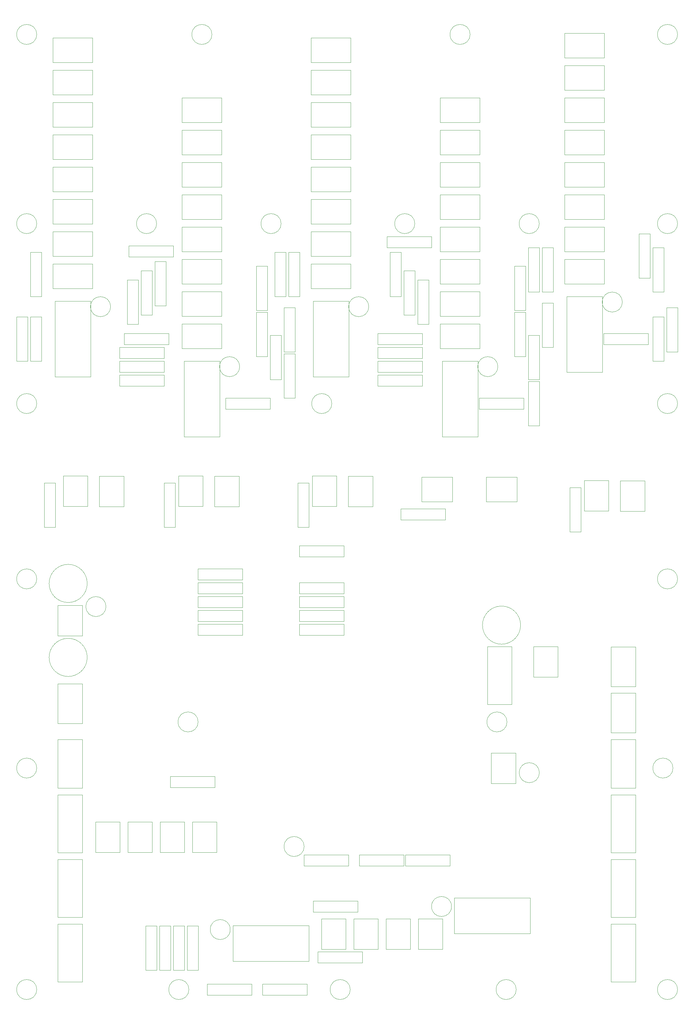
<source format=gbr>
%TF.GenerationSoftware,KiCad,Pcbnew,5.1.9*%
%TF.CreationDate,2021-03-04T21:17:50+01:00*%
%TF.ProjectId,mixer.pcb,6d697865-722e-4706-9362-2e6b69636164,0.2*%
%TF.SameCoordinates,Original*%
%TF.FileFunction,Other,User*%
%FSLAX46Y46*%
G04 Gerber Fmt 4.6, Leading zero omitted, Abs format (unit mm)*
G04 Created by KiCad (PCBNEW 5.1.9) date 2021-03-04 21:17:50*
%MOMM*%
%LPD*%
G01*
G04 APERTURE LIST*
%ADD10C,0.050000*%
G04 APERTURE END LIST*
D10*
%TO.C,REF\u002A\u002A*%
X157690000Y-68580000D02*
G75*
G03*
X157690000Y-68580000I-2750000J0D01*
G01*
X52280000Y-68580000D02*
G75*
G03*
X52280000Y-68580000I-2750000J0D01*
G01*
X86570000Y-68580000D02*
G75*
G03*
X86570000Y-68580000I-2750000J0D01*
G01*
X123400000Y-68580000D02*
G75*
G03*
X123400000Y-68580000I-2750000J0D01*
G01*
X148800000Y-205740000D02*
G75*
G03*
X148800000Y-205740000I-2750000J0D01*
G01*
X92920000Y-240030000D02*
G75*
G03*
X92920000Y-240030000I-2750000J0D01*
G01*
X63710000Y-205740000D02*
G75*
G03*
X63710000Y-205740000I-2750000J0D01*
G01*
X100540000Y-118110000D02*
G75*
G03*
X100540000Y-118110000I-2750000J0D01*
G01*
X19260000Y-68580000D02*
G75*
G03*
X19260000Y-68580000I-2750000J0D01*
G01*
X19260000Y-118110000D02*
G75*
G03*
X19260000Y-118110000I-2750000J0D01*
G01*
X19260000Y-166370000D02*
G75*
G03*
X19260000Y-166370000I-2750000J0D01*
G01*
X19260000Y-218440000D02*
G75*
G03*
X19260000Y-218440000I-2750000J0D01*
G01*
X151340000Y-279400000D02*
G75*
G03*
X151340000Y-279400000I-2750000J0D01*
G01*
X19260000Y-279400000D02*
G75*
G03*
X19260000Y-279400000I-2750000J0D01*
G01*
X61170000Y-279400000D02*
G75*
G03*
X61170000Y-279400000I-2750000J0D01*
G01*
X105620000Y-279400000D02*
G75*
G03*
X105620000Y-279400000I-2750000J0D01*
G01*
X195790000Y-279400000D02*
G75*
G03*
X195790000Y-279400000I-2750000J0D01*
G01*
X194520000Y-218440000D02*
G75*
G03*
X194520000Y-218440000I-2750000J0D01*
G01*
X195790000Y-166370000D02*
G75*
G03*
X195790000Y-166370000I-2750000J0D01*
G01*
X195790000Y-118110000D02*
G75*
G03*
X195790000Y-118110000I-2750000J0D01*
G01*
X195790000Y-68580000D02*
G75*
G03*
X195790000Y-68580000I-2750000J0D01*
G01*
X195790000Y-16510000D02*
G75*
G03*
X195790000Y-16510000I-2750000J0D01*
G01*
X138640000Y-16510000D02*
G75*
G03*
X138640000Y-16510000I-2750000J0D01*
G01*
X67520000Y-16510000D02*
G75*
G03*
X67520000Y-16510000I-2750000J0D01*
G01*
X19260000Y-16510000D02*
G75*
G03*
X19260000Y-16510000I-2750000J0D01*
G01*
%TO.C,R2*%
X63730000Y-274100000D02*
X63730000Y-261840000D01*
X60730000Y-274100000D02*
X63730000Y-274100000D01*
X60730000Y-261840000D02*
X60730000Y-274100000D01*
X63730000Y-261840000D02*
X60730000Y-261840000D01*
%TO.C,R13*%
X16740000Y-106460000D02*
X16740000Y-94200000D01*
X13740000Y-106460000D02*
X16740000Y-106460000D01*
X13740000Y-94200000D02*
X13740000Y-106460000D01*
X16740000Y-94200000D02*
X13740000Y-94200000D01*
%TO.C,FX-BTNs1*%
X73380000Y-261810000D02*
X73380000Y-271610000D01*
X94230000Y-261810000D02*
X73380000Y-261810000D01*
X94230000Y-271610000D02*
X94230000Y-261810000D01*
X73380000Y-271610000D02*
X94230000Y-271610000D01*
%TO.C,fx1_enc2*%
X25090000Y-243590000D02*
X25090000Y-259490000D01*
X31840000Y-243590000D02*
X25090000Y-243590000D01*
X31840000Y-259490000D02*
X31840000Y-243590000D01*
X25090000Y-259490000D02*
X31840000Y-259490000D01*
%TO.C,MuxCh1_4*%
X34620000Y-44140000D02*
X23720000Y-44140000D01*
X34620000Y-50890000D02*
X34620000Y-44140000D01*
X23720000Y-50890000D02*
X34620000Y-50890000D01*
X23720000Y-44140000D02*
X23720000Y-50890000D01*
%TO.C,MuxCh1_5*%
X34620000Y-53030000D02*
X23720000Y-53030000D01*
X34620000Y-59780000D02*
X34620000Y-53030000D01*
X23720000Y-59780000D02*
X34620000Y-59780000D01*
X23720000Y-53030000D02*
X23720000Y-59780000D01*
%TO.C,MuxCh1_2*%
X23720000Y-26360000D02*
X23720000Y-33110000D01*
X23720000Y-33110000D02*
X34620000Y-33110000D01*
X34620000Y-33110000D02*
X34620000Y-26360000D01*
X34620000Y-26360000D02*
X23720000Y-26360000D01*
%TO.C,MuxCh1*%
X24300000Y-89890000D02*
X24300000Y-110740000D01*
X24300000Y-110740000D02*
X34100000Y-110740000D01*
X34100000Y-110740000D02*
X34100000Y-89890000D01*
X34100000Y-89890000D02*
X24300000Y-89890000D01*
%TO.C,MuxCh1_3*%
X34620000Y-35250000D02*
X23720000Y-35250000D01*
X34620000Y-42000000D02*
X34620000Y-35250000D01*
X23720000Y-42000000D02*
X34620000Y-42000000D01*
X23720000Y-35250000D02*
X23720000Y-42000000D01*
%TO.C,MuxCh1_6*%
X23720000Y-61920000D02*
X23720000Y-68670000D01*
X23720000Y-68670000D02*
X34620000Y-68670000D01*
X34620000Y-68670000D02*
X34620000Y-61920000D01*
X34620000Y-61920000D02*
X23720000Y-61920000D01*
%TO.C,MuxCh1_7*%
X23720000Y-70810000D02*
X23720000Y-77560000D01*
X23720000Y-77560000D02*
X34620000Y-77560000D01*
X34620000Y-77560000D02*
X34620000Y-70810000D01*
X34620000Y-70810000D02*
X23720000Y-70810000D01*
%TO.C,MuxCh1_8*%
X34620000Y-79700000D02*
X23720000Y-79700000D01*
X34620000Y-86450000D02*
X34620000Y-79700000D01*
X23720000Y-86450000D02*
X34620000Y-86450000D01*
X23720000Y-79700000D02*
X23720000Y-86450000D01*
%TO.C,MuxCh1_1*%
X34620000Y-17470000D02*
X23720000Y-17470000D01*
X34620000Y-24220000D02*
X34620000Y-17470000D01*
X23720000Y-24220000D02*
X34620000Y-24220000D01*
X23720000Y-17470000D02*
X23720000Y-24220000D01*
%TO.C,NeoPixel1*%
X25090000Y-206150000D02*
X31840000Y-206150000D01*
X31840000Y-206150000D02*
X31840000Y-195250000D01*
X31840000Y-195250000D02*
X25090000Y-195250000D01*
X25090000Y-195250000D02*
X25090000Y-206150000D01*
%TO.C,VU_Matrix1*%
X150170000Y-200910000D02*
X150170000Y-185010000D01*
X143420000Y-200910000D02*
X150170000Y-200910000D01*
X143420000Y-185010000D02*
X143420000Y-200910000D01*
X150170000Y-185010000D02*
X143420000Y-185010000D01*
%TO.C,display_1*%
X25090000Y-223930000D02*
X31840000Y-223930000D01*
X31840000Y-223930000D02*
X31840000Y-210530000D01*
X31840000Y-210530000D02*
X25090000Y-210530000D01*
X25090000Y-210530000D02*
X25090000Y-223930000D01*
%TO.C,display_2*%
X177490000Y-210530000D02*
X177490000Y-223930000D01*
X184240000Y-210530000D02*
X177490000Y-210530000D01*
X184240000Y-223930000D02*
X184240000Y-210530000D01*
X177490000Y-223930000D02*
X184240000Y-223930000D01*
%TO.C,fx1_btn1*%
X104450000Y-259940000D02*
X97700000Y-259940000D01*
X97700000Y-259940000D02*
X97700000Y-268340000D01*
X97700000Y-268340000D02*
X104450000Y-268340000D01*
X104450000Y-268340000D02*
X104450000Y-259940000D01*
%TO.C,fx1_btn2*%
X51110000Y-241670000D02*
X51110000Y-233270000D01*
X44360000Y-241670000D02*
X51110000Y-241670000D01*
X44360000Y-233270000D02*
X44360000Y-241670000D01*
X51110000Y-233270000D02*
X44360000Y-233270000D01*
%TO.C,fx1_btn3*%
X60000000Y-241670000D02*
X60000000Y-233270000D01*
X53250000Y-241670000D02*
X60000000Y-241670000D01*
X53250000Y-233270000D02*
X53250000Y-241670000D01*
X60000000Y-233270000D02*
X53250000Y-233270000D01*
%TO.C,fx1_btn4*%
X68890000Y-233270000D02*
X62140000Y-233270000D01*
X62140000Y-233270000D02*
X62140000Y-241670000D01*
X62140000Y-241670000D02*
X68890000Y-241670000D01*
X68890000Y-241670000D02*
X68890000Y-233270000D01*
%TO.C,fx1_enc1*%
X25090000Y-225810000D02*
X25090000Y-241710000D01*
X31840000Y-225810000D02*
X25090000Y-225810000D01*
X31840000Y-241710000D02*
X31840000Y-225810000D01*
X25090000Y-241710000D02*
X31840000Y-241710000D01*
%TO.C,fx1_enc3*%
X25090000Y-261370000D02*
X25090000Y-277270000D01*
X31840000Y-261370000D02*
X25090000Y-261370000D01*
X31840000Y-277270000D02*
X31840000Y-261370000D01*
X25090000Y-277270000D02*
X31840000Y-277270000D01*
%TO.C,fx2_btn1*%
X42220000Y-241670000D02*
X42220000Y-233270000D01*
X35470000Y-241670000D02*
X42220000Y-241670000D01*
X35470000Y-233270000D02*
X35470000Y-241670000D01*
X42220000Y-233270000D02*
X35470000Y-233270000D01*
%TO.C,fx2_btn2*%
X113340000Y-259940000D02*
X106590000Y-259940000D01*
X106590000Y-259940000D02*
X106590000Y-268340000D01*
X106590000Y-268340000D02*
X113340000Y-268340000D01*
X113340000Y-268340000D02*
X113340000Y-259940000D01*
%TO.C,fx2_btn3*%
X122230000Y-268340000D02*
X122230000Y-259940000D01*
X115480000Y-268340000D02*
X122230000Y-268340000D01*
X115480000Y-259940000D02*
X115480000Y-268340000D01*
X122230000Y-259940000D02*
X115480000Y-259940000D01*
%TO.C,fx2_btn4*%
X131120000Y-259940000D02*
X124370000Y-259940000D01*
X124370000Y-259940000D02*
X124370000Y-268340000D01*
X124370000Y-268340000D02*
X131120000Y-268340000D01*
X131120000Y-268340000D02*
X131120000Y-259940000D01*
%TO.C,fx2_enc1*%
X177490000Y-241710000D02*
X184240000Y-241710000D01*
X184240000Y-241710000D02*
X184240000Y-225810000D01*
X184240000Y-225810000D02*
X177490000Y-225810000D01*
X177490000Y-225810000D02*
X177490000Y-241710000D01*
%TO.C,fx2_enc2*%
X177490000Y-243590000D02*
X177490000Y-259490000D01*
X184240000Y-243590000D02*
X177490000Y-243590000D01*
X184240000Y-259490000D02*
X184240000Y-243590000D01*
X177490000Y-259490000D02*
X184240000Y-259490000D01*
%TO.C,fx2_enc3*%
X177490000Y-277270000D02*
X184240000Y-277270000D01*
X184240000Y-277270000D02*
X184240000Y-261370000D01*
X184240000Y-261370000D02*
X177490000Y-261370000D01*
X177490000Y-261370000D02*
X177490000Y-277270000D01*
%TO.C,fxEncBtns1*%
X134340000Y-263990000D02*
X155190000Y-263990000D01*
X155190000Y-263990000D02*
X155190000Y-254190000D01*
X155190000Y-254190000D02*
X134340000Y-254190000D01*
X134340000Y-254190000D02*
X134340000Y-263990000D01*
%TO.C,pfl_btn_1*%
X36520000Y-146460000D02*
X43270000Y-146460000D01*
X43270000Y-146460000D02*
X43270000Y-138060000D01*
X43270000Y-138060000D02*
X36520000Y-138060000D01*
X36520000Y-138060000D02*
X36520000Y-146460000D01*
%TO.C,pfl_btn_2*%
X68270000Y-138060000D02*
X68270000Y-146460000D01*
X75020000Y-138060000D02*
X68270000Y-138060000D01*
X75020000Y-146460000D02*
X75020000Y-138060000D01*
X68270000Y-146460000D02*
X75020000Y-146460000D01*
%TO.C,pfl_btn_3*%
X105100000Y-146460000D02*
X111850000Y-146460000D01*
X111850000Y-146460000D02*
X111850000Y-138060000D01*
X111850000Y-138060000D02*
X105100000Y-138060000D01*
X105100000Y-138060000D02*
X105100000Y-146460000D01*
%TO.C,pfl_btn_4*%
X143140000Y-145090000D02*
X151540000Y-145090000D01*
X143140000Y-138340000D02*
X143140000Y-145090000D01*
X151540000Y-138340000D02*
X143140000Y-138340000D01*
X151540000Y-145090000D02*
X151540000Y-138340000D01*
%TO.C,pfl_btn_master1*%
X180030000Y-147730000D02*
X186780000Y-147730000D01*
X186780000Y-147730000D02*
X186780000Y-139330000D01*
X186780000Y-139330000D02*
X180030000Y-139330000D01*
X180030000Y-139330000D02*
X180030000Y-147730000D01*
%TO.C,pfl_led_1*%
X33330000Y-146420000D02*
X33330000Y-138020000D01*
X26580000Y-146420000D02*
X33330000Y-146420000D01*
X26580000Y-138020000D02*
X26580000Y-146420000D01*
X33330000Y-138020000D02*
X26580000Y-138020000D01*
%TO.C,pfl_led_2*%
X65080000Y-138020000D02*
X58330000Y-138020000D01*
X58330000Y-138020000D02*
X58330000Y-146420000D01*
X58330000Y-146420000D02*
X65080000Y-146420000D01*
X65080000Y-146420000D02*
X65080000Y-138020000D01*
%TO.C,pfl_led_3*%
X101910000Y-138020000D02*
X95160000Y-138020000D01*
X95160000Y-138020000D02*
X95160000Y-146420000D01*
X95160000Y-146420000D02*
X101910000Y-146420000D01*
X101910000Y-146420000D02*
X101910000Y-138020000D01*
%TO.C,pfl_led_4*%
X125360000Y-145090000D02*
X133760000Y-145090000D01*
X125360000Y-138340000D02*
X125360000Y-145090000D01*
X133760000Y-138340000D02*
X125360000Y-138340000D01*
X133760000Y-145090000D02*
X133760000Y-138340000D01*
%TO.C,pfl_led_master1*%
X176840000Y-147690000D02*
X176840000Y-139290000D01*
X170090000Y-147690000D02*
X176840000Y-147690000D01*
X170090000Y-139290000D02*
X170090000Y-147690000D01*
X176840000Y-139290000D02*
X170090000Y-139290000D01*
%TO.C,spare(28)1*%
X177490000Y-185090000D02*
X177490000Y-195990000D01*
X184240000Y-185090000D02*
X177490000Y-185090000D01*
X184240000Y-195990000D02*
X184240000Y-185090000D01*
X177490000Y-195990000D02*
X184240000Y-195990000D01*
%TO.C,spare(29)1*%
X177490000Y-197790000D02*
X177490000Y-208690000D01*
X184240000Y-197790000D02*
X177490000Y-197790000D01*
X184240000Y-208690000D02*
X184240000Y-197790000D01*
X177490000Y-208690000D02*
X184240000Y-208690000D01*
%TO.C,C1*%
X33190000Y-187980000D02*
G75*
G03*
X33190000Y-187980000I-5250000J0D01*
G01*
%TO.C,MuxCh2*%
X59860000Y-106400000D02*
X59860000Y-127250000D01*
X59860000Y-127250000D02*
X69660000Y-127250000D01*
X69660000Y-127250000D02*
X69660000Y-106400000D01*
X69660000Y-106400000D02*
X59860000Y-106400000D01*
%TO.C,MuxCh3*%
X95420000Y-89890000D02*
X95420000Y-110740000D01*
X95420000Y-110740000D02*
X105220000Y-110740000D01*
X105220000Y-110740000D02*
X105220000Y-89890000D01*
X105220000Y-89890000D02*
X95420000Y-89890000D01*
%TO.C,MuxCh4*%
X140780000Y-106400000D02*
X130980000Y-106400000D01*
X140780000Y-127250000D02*
X140780000Y-106400000D01*
X130980000Y-127250000D02*
X140780000Y-127250000D01*
X130980000Y-106400000D02*
X130980000Y-127250000D01*
%TO.C,MuxCh5*%
X175070000Y-88620000D02*
X165270000Y-88620000D01*
X175070000Y-109470000D02*
X175070000Y-88620000D01*
X165270000Y-109470000D02*
X175070000Y-109470000D01*
X165270000Y-88620000D02*
X165270000Y-109470000D01*
%TO.C,MuxCh1_9*%
X59280000Y-33980000D02*
X59280000Y-40730000D01*
X59280000Y-40730000D02*
X70180000Y-40730000D01*
X70180000Y-40730000D02*
X70180000Y-33980000D01*
X70180000Y-33980000D02*
X59280000Y-33980000D01*
%TO.C,MuxCh1_10*%
X59280000Y-42870000D02*
X59280000Y-49620000D01*
X59280000Y-49620000D02*
X70180000Y-49620000D01*
X70180000Y-49620000D02*
X70180000Y-42870000D01*
X70180000Y-42870000D02*
X59280000Y-42870000D01*
%TO.C,MuxCh1_11*%
X70180000Y-51760000D02*
X59280000Y-51760000D01*
X70180000Y-58510000D02*
X70180000Y-51760000D01*
X59280000Y-58510000D02*
X70180000Y-58510000D01*
X59280000Y-51760000D02*
X59280000Y-58510000D01*
%TO.C,MuxCh1_12*%
X70180000Y-60650000D02*
X59280000Y-60650000D01*
X70180000Y-67400000D02*
X70180000Y-60650000D01*
X59280000Y-67400000D02*
X70180000Y-67400000D01*
X59280000Y-60650000D02*
X59280000Y-67400000D01*
%TO.C,MuxCh1_13*%
X70180000Y-69540000D02*
X59280000Y-69540000D01*
X70180000Y-76290000D02*
X70180000Y-69540000D01*
X59280000Y-76290000D02*
X70180000Y-76290000D01*
X59280000Y-69540000D02*
X59280000Y-76290000D01*
%TO.C,MuxCh1_14*%
X59280000Y-78430000D02*
X59280000Y-85180000D01*
X59280000Y-85180000D02*
X70180000Y-85180000D01*
X70180000Y-85180000D02*
X70180000Y-78430000D01*
X70180000Y-78430000D02*
X59280000Y-78430000D01*
%TO.C,MuxCh1_15*%
X59280000Y-87320000D02*
X59280000Y-94070000D01*
X59280000Y-94070000D02*
X70180000Y-94070000D01*
X70180000Y-94070000D02*
X70180000Y-87320000D01*
X70180000Y-87320000D02*
X59280000Y-87320000D01*
%TO.C,MuxCh1_16*%
X70180000Y-96210000D02*
X59280000Y-96210000D01*
X70180000Y-102960000D02*
X70180000Y-96210000D01*
X59280000Y-102960000D02*
X70180000Y-102960000D01*
X59280000Y-96210000D02*
X59280000Y-102960000D01*
%TO.C,MuxCh1_17*%
X105740000Y-17470000D02*
X94840000Y-17470000D01*
X105740000Y-24220000D02*
X105740000Y-17470000D01*
X94840000Y-24220000D02*
X105740000Y-24220000D01*
X94840000Y-17470000D02*
X94840000Y-24220000D01*
%TO.C,MuxCh1_18*%
X94840000Y-26360000D02*
X94840000Y-33110000D01*
X94840000Y-33110000D02*
X105740000Y-33110000D01*
X105740000Y-33110000D02*
X105740000Y-26360000D01*
X105740000Y-26360000D02*
X94840000Y-26360000D01*
%TO.C,MuxCh1_19*%
X105740000Y-35250000D02*
X94840000Y-35250000D01*
X105740000Y-42000000D02*
X105740000Y-35250000D01*
X94840000Y-42000000D02*
X105740000Y-42000000D01*
X94840000Y-35250000D02*
X94840000Y-42000000D01*
%TO.C,MuxCh1_20*%
X105740000Y-44140000D02*
X94840000Y-44140000D01*
X105740000Y-50890000D02*
X105740000Y-44140000D01*
X94840000Y-50890000D02*
X105740000Y-50890000D01*
X94840000Y-44140000D02*
X94840000Y-50890000D01*
%TO.C,MuxCh1_21*%
X94840000Y-53030000D02*
X94840000Y-59780000D01*
X94840000Y-59780000D02*
X105740000Y-59780000D01*
X105740000Y-59780000D02*
X105740000Y-53030000D01*
X105740000Y-53030000D02*
X94840000Y-53030000D01*
%TO.C,MuxCh1_22*%
X105740000Y-61920000D02*
X94840000Y-61920000D01*
X105740000Y-68670000D02*
X105740000Y-61920000D01*
X94840000Y-68670000D02*
X105740000Y-68670000D01*
X94840000Y-61920000D02*
X94840000Y-68670000D01*
%TO.C,MuxCh1_23*%
X105740000Y-70810000D02*
X94840000Y-70810000D01*
X105740000Y-77560000D02*
X105740000Y-70810000D01*
X94840000Y-77560000D02*
X105740000Y-77560000D01*
X94840000Y-70810000D02*
X94840000Y-77560000D01*
%TO.C,MuxCh1_24*%
X94840000Y-79700000D02*
X94840000Y-86450000D01*
X94840000Y-86450000D02*
X105740000Y-86450000D01*
X105740000Y-86450000D02*
X105740000Y-79700000D01*
X105740000Y-79700000D02*
X94840000Y-79700000D01*
%TO.C,MuxCh1_25*%
X141300000Y-33980000D02*
X130400000Y-33980000D01*
X141300000Y-40730000D02*
X141300000Y-33980000D01*
X130400000Y-40730000D02*
X141300000Y-40730000D01*
X130400000Y-33980000D02*
X130400000Y-40730000D01*
%TO.C,MuxCh1_26*%
X130400000Y-42870000D02*
X130400000Y-49620000D01*
X130400000Y-49620000D02*
X141300000Y-49620000D01*
X141300000Y-49620000D02*
X141300000Y-42870000D01*
X141300000Y-42870000D02*
X130400000Y-42870000D01*
%TO.C,MuxCh1_27*%
X130400000Y-51760000D02*
X130400000Y-58510000D01*
X130400000Y-58510000D02*
X141300000Y-58510000D01*
X141300000Y-58510000D02*
X141300000Y-51760000D01*
X141300000Y-51760000D02*
X130400000Y-51760000D01*
%TO.C,MuxCh1_28*%
X141300000Y-60650000D02*
X130400000Y-60650000D01*
X141300000Y-67400000D02*
X141300000Y-60650000D01*
X130400000Y-67400000D02*
X141300000Y-67400000D01*
X130400000Y-60650000D02*
X130400000Y-67400000D01*
%TO.C,MuxCh1_29*%
X130400000Y-69540000D02*
X130400000Y-76290000D01*
X130400000Y-76290000D02*
X141300000Y-76290000D01*
X141300000Y-76290000D02*
X141300000Y-69540000D01*
X141300000Y-69540000D02*
X130400000Y-69540000D01*
%TO.C,MuxCh1_30*%
X141300000Y-78430000D02*
X130400000Y-78430000D01*
X141300000Y-85180000D02*
X141300000Y-78430000D01*
X130400000Y-85180000D02*
X141300000Y-85180000D01*
X130400000Y-78430000D02*
X130400000Y-85180000D01*
%TO.C,MuxCh1_31*%
X130400000Y-87320000D02*
X130400000Y-94070000D01*
X130400000Y-94070000D02*
X141300000Y-94070000D01*
X141300000Y-94070000D02*
X141300000Y-87320000D01*
X141300000Y-87320000D02*
X130400000Y-87320000D01*
%TO.C,MuxCh1_32*%
X130400000Y-96210000D02*
X130400000Y-102960000D01*
X130400000Y-102960000D02*
X141300000Y-102960000D01*
X141300000Y-102960000D02*
X141300000Y-96210000D01*
X141300000Y-96210000D02*
X130400000Y-96210000D01*
%TO.C,MuxCh1_33*%
X175590000Y-16200000D02*
X164690000Y-16200000D01*
X175590000Y-22950000D02*
X175590000Y-16200000D01*
X164690000Y-22950000D02*
X175590000Y-22950000D01*
X164690000Y-16200000D02*
X164690000Y-22950000D01*
%TO.C,MuxCh1_34*%
X164690000Y-25090000D02*
X164690000Y-31840000D01*
X164690000Y-31840000D02*
X175590000Y-31840000D01*
X175590000Y-31840000D02*
X175590000Y-25090000D01*
X175590000Y-25090000D02*
X164690000Y-25090000D01*
%TO.C,MuxCh1_35*%
X175590000Y-33980000D02*
X164690000Y-33980000D01*
X175590000Y-40730000D02*
X175590000Y-33980000D01*
X164690000Y-40730000D02*
X175590000Y-40730000D01*
X164690000Y-33980000D02*
X164690000Y-40730000D01*
%TO.C,MuxCh1_36*%
X175590000Y-42870000D02*
X164690000Y-42870000D01*
X175590000Y-49620000D02*
X175590000Y-42870000D01*
X164690000Y-49620000D02*
X175590000Y-49620000D01*
X164690000Y-42870000D02*
X164690000Y-49620000D01*
%TO.C,MuxCh1_37*%
X164690000Y-51760000D02*
X164690000Y-58510000D01*
X164690000Y-58510000D02*
X175590000Y-58510000D01*
X175590000Y-58510000D02*
X175590000Y-51760000D01*
X175590000Y-51760000D02*
X164690000Y-51760000D01*
%TO.C,MuxCh1_38*%
X175590000Y-60650000D02*
X164690000Y-60650000D01*
X175590000Y-67400000D02*
X175590000Y-60650000D01*
X164690000Y-67400000D02*
X175590000Y-67400000D01*
X164690000Y-60650000D02*
X164690000Y-67400000D01*
%TO.C,MuxCh1_39*%
X164690000Y-69540000D02*
X164690000Y-76290000D01*
X164690000Y-76290000D02*
X175590000Y-76290000D01*
X175590000Y-76290000D02*
X175590000Y-69540000D01*
X175590000Y-69540000D02*
X164690000Y-69540000D01*
%TO.C,MuxCh1_40*%
X164690000Y-78430000D02*
X164690000Y-85180000D01*
X164690000Y-85180000D02*
X175590000Y-85180000D01*
X175590000Y-85180000D02*
X175590000Y-78430000D01*
X175590000Y-78430000D02*
X164690000Y-78430000D01*
%TO.C,R1*%
X95470000Y-255040000D02*
X95470000Y-258040000D01*
X95470000Y-258040000D02*
X107730000Y-258040000D01*
X107730000Y-258040000D02*
X107730000Y-255040000D01*
X107730000Y-255040000D02*
X95470000Y-255040000D01*
%TO.C,R3*%
X59920000Y-261840000D02*
X56920000Y-261840000D01*
X56920000Y-261840000D02*
X56920000Y-274100000D01*
X56920000Y-274100000D02*
X59920000Y-274100000D01*
X59920000Y-274100000D02*
X59920000Y-261840000D01*
%TO.C,R4*%
X56110000Y-274100000D02*
X56110000Y-261840000D01*
X53110000Y-274100000D02*
X56110000Y-274100000D01*
X53110000Y-261840000D02*
X53110000Y-274100000D01*
X56110000Y-261840000D02*
X53110000Y-261840000D01*
%TO.C,R5*%
X49300000Y-274100000D02*
X52300000Y-274100000D01*
X52300000Y-274100000D02*
X52300000Y-261840000D01*
X52300000Y-261840000D02*
X49300000Y-261840000D01*
X49300000Y-261840000D02*
X49300000Y-274100000D01*
%TO.C,R6*%
X109000000Y-269010000D02*
X96740000Y-269010000D01*
X109000000Y-272010000D02*
X109000000Y-269010000D01*
X96740000Y-272010000D02*
X109000000Y-272010000D01*
X96740000Y-269010000D02*
X96740000Y-272010000D01*
%TO.C,R7*%
X78520000Y-280900000D02*
X78520000Y-277900000D01*
X78520000Y-277900000D02*
X66260000Y-277900000D01*
X66260000Y-277900000D02*
X66260000Y-280900000D01*
X66260000Y-280900000D02*
X78520000Y-280900000D01*
%TO.C,R8*%
X93760000Y-277900000D02*
X81500000Y-277900000D01*
X93760000Y-280900000D02*
X93760000Y-277900000D01*
X81500000Y-280900000D02*
X93760000Y-280900000D01*
X81500000Y-277900000D02*
X81500000Y-280900000D01*
%TO.C,R9*%
X55660000Y-98830000D02*
X43400000Y-98830000D01*
X55660000Y-101830000D02*
X55660000Y-98830000D01*
X43400000Y-101830000D02*
X55660000Y-101830000D01*
X43400000Y-98830000D02*
X43400000Y-101830000D01*
%TO.C,R10*%
X44220000Y-84040000D02*
X44220000Y-96300000D01*
X47220000Y-84040000D02*
X44220000Y-84040000D01*
X47220000Y-96300000D02*
X47220000Y-84040000D01*
X44220000Y-96300000D02*
X47220000Y-96300000D01*
%TO.C,R11*%
X51030000Y-93760000D02*
X51030000Y-81500000D01*
X48030000Y-93760000D02*
X51030000Y-93760000D01*
X48030000Y-81500000D02*
X48030000Y-93760000D01*
X51030000Y-81500000D02*
X48030000Y-81500000D01*
%TO.C,R12*%
X54840000Y-78960000D02*
X51840000Y-78960000D01*
X51840000Y-78960000D02*
X51840000Y-91220000D01*
X51840000Y-91220000D02*
X54840000Y-91220000D01*
X54840000Y-91220000D02*
X54840000Y-78960000D01*
%TO.C,R14*%
X44670000Y-74700000D02*
X44670000Y-77700000D01*
X44670000Y-77700000D02*
X56930000Y-77700000D01*
X56930000Y-77700000D02*
X56930000Y-74700000D01*
X56930000Y-74700000D02*
X44670000Y-74700000D01*
%TO.C,R15*%
X20550000Y-106460000D02*
X20550000Y-94200000D01*
X17550000Y-106460000D02*
X20550000Y-106460000D01*
X17550000Y-94200000D02*
X17550000Y-106460000D01*
X20550000Y-94200000D02*
X17550000Y-94200000D01*
%TO.C,R16*%
X17550000Y-88680000D02*
X20550000Y-88680000D01*
X20550000Y-88680000D02*
X20550000Y-76420000D01*
X20550000Y-76420000D02*
X17550000Y-76420000D01*
X17550000Y-76420000D02*
X17550000Y-88680000D01*
%TO.C,R17*%
X92930000Y-245340000D02*
X105190000Y-245340000D01*
X92930000Y-242340000D02*
X92930000Y-245340000D01*
X105190000Y-242340000D02*
X92930000Y-242340000D01*
X105190000Y-245340000D02*
X105190000Y-242340000D01*
%TO.C,R18*%
X21360000Y-139920000D02*
X21360000Y-152180000D01*
X24360000Y-139920000D02*
X21360000Y-139920000D01*
X24360000Y-152180000D02*
X24360000Y-139920000D01*
X21360000Y-152180000D02*
X24360000Y-152180000D01*
%TO.C,R19*%
X68360000Y-223750000D02*
X68360000Y-220750000D01*
X68360000Y-220750000D02*
X56100000Y-220750000D01*
X56100000Y-220750000D02*
X56100000Y-223750000D01*
X56100000Y-223750000D02*
X68360000Y-223750000D01*
%TO.C,R20*%
X108170000Y-245340000D02*
X120430000Y-245340000D01*
X108170000Y-242340000D02*
X108170000Y-245340000D01*
X120430000Y-242340000D02*
X108170000Y-242340000D01*
X120430000Y-245340000D02*
X120430000Y-242340000D01*
%TO.C,R21*%
X120870000Y-242340000D02*
X120870000Y-245340000D01*
X120870000Y-245340000D02*
X133130000Y-245340000D01*
X133130000Y-245340000D02*
X133130000Y-242340000D01*
X133130000Y-242340000D02*
X120870000Y-242340000D01*
%TO.C,R22*%
X71340000Y-116610000D02*
X71340000Y-119610000D01*
X71340000Y-119610000D02*
X83600000Y-119610000D01*
X83600000Y-119610000D02*
X83600000Y-116610000D01*
X83600000Y-116610000D02*
X71340000Y-116610000D01*
%TO.C,R23*%
X87400000Y-104360000D02*
X87400000Y-116620000D01*
X90400000Y-104360000D02*
X87400000Y-104360000D01*
X90400000Y-116620000D02*
X90400000Y-104360000D01*
X87400000Y-116620000D02*
X90400000Y-116620000D01*
%TO.C,R24*%
X83590000Y-111540000D02*
X86590000Y-111540000D01*
X86590000Y-111540000D02*
X86590000Y-99280000D01*
X86590000Y-99280000D02*
X83590000Y-99280000D01*
X83590000Y-99280000D02*
X83590000Y-111540000D01*
%TO.C,R25*%
X79780000Y-105190000D02*
X82780000Y-105190000D01*
X82780000Y-105190000D02*
X82780000Y-92930000D01*
X82780000Y-92930000D02*
X79780000Y-92930000D01*
X79780000Y-92930000D02*
X79780000Y-105190000D01*
%TO.C,R26*%
X42130000Y-109450000D02*
X54390000Y-109450000D01*
X42130000Y-106450000D02*
X42130000Y-109450000D01*
X54390000Y-106450000D02*
X42130000Y-106450000D01*
X54390000Y-109450000D02*
X54390000Y-106450000D01*
%TO.C,R27*%
X79780000Y-92490000D02*
X82780000Y-92490000D01*
X82780000Y-92490000D02*
X82780000Y-80230000D01*
X82780000Y-80230000D02*
X79780000Y-80230000D01*
X79780000Y-80230000D02*
X79780000Y-92490000D01*
%TO.C,R28*%
X42130000Y-113260000D02*
X54390000Y-113260000D01*
X42130000Y-110260000D02*
X42130000Y-113260000D01*
X54390000Y-110260000D02*
X42130000Y-110260000D01*
X54390000Y-113260000D02*
X54390000Y-110260000D01*
%TO.C,R29*%
X54390000Y-105640000D02*
X54390000Y-102640000D01*
X54390000Y-102640000D02*
X42130000Y-102640000D01*
X42130000Y-102640000D02*
X42130000Y-105640000D01*
X42130000Y-105640000D02*
X54390000Y-105640000D01*
%TO.C,R30*%
X169140000Y-141190000D02*
X166140000Y-141190000D01*
X166140000Y-141190000D02*
X166140000Y-153450000D01*
X166140000Y-153450000D02*
X169140000Y-153450000D01*
X169140000Y-153450000D02*
X169140000Y-141190000D01*
%TO.C,R31*%
X119600000Y-150090000D02*
X131860000Y-150090000D01*
X119600000Y-147090000D02*
X119600000Y-150090000D01*
X131860000Y-147090000D02*
X119600000Y-147090000D01*
X131860000Y-150090000D02*
X131860000Y-147090000D01*
%TO.C,R32*%
X94210000Y-152180000D02*
X94210000Y-139920000D01*
X91210000Y-152180000D02*
X94210000Y-152180000D01*
X91210000Y-139920000D02*
X91210000Y-152180000D01*
X94210000Y-139920000D02*
X91210000Y-139920000D01*
%TO.C,R33*%
X57380000Y-152180000D02*
X57380000Y-139920000D01*
X54380000Y-152180000D02*
X57380000Y-152180000D01*
X54380000Y-139920000D02*
X54380000Y-152180000D01*
X57380000Y-139920000D02*
X54380000Y-139920000D01*
%TO.C,R34*%
X75980000Y-181840000D02*
X75980000Y-178840000D01*
X75980000Y-178840000D02*
X63720000Y-178840000D01*
X63720000Y-178840000D02*
X63720000Y-181840000D01*
X63720000Y-181840000D02*
X75980000Y-181840000D01*
%TO.C,R35*%
X63720000Y-178030000D02*
X75980000Y-178030000D01*
X63720000Y-175030000D02*
X63720000Y-178030000D01*
X75980000Y-175030000D02*
X63720000Y-175030000D01*
X75980000Y-178030000D02*
X75980000Y-175030000D01*
%TO.C,R36*%
X63720000Y-174220000D02*
X75980000Y-174220000D01*
X63720000Y-171220000D02*
X63720000Y-174220000D01*
X75980000Y-171220000D02*
X63720000Y-171220000D01*
X75980000Y-174220000D02*
X75980000Y-171220000D01*
%TO.C,R37*%
X75980000Y-170410000D02*
X75980000Y-167410000D01*
X75980000Y-167410000D02*
X63720000Y-167410000D01*
X63720000Y-167410000D02*
X63720000Y-170410000D01*
X63720000Y-170410000D02*
X75980000Y-170410000D01*
%TO.C,R38*%
X75980000Y-166600000D02*
X75980000Y-163600000D01*
X75980000Y-163600000D02*
X63720000Y-163600000D01*
X63720000Y-163600000D02*
X63720000Y-166600000D01*
X63720000Y-166600000D02*
X75980000Y-166600000D01*
%TO.C,R39*%
X103920000Y-174220000D02*
X103920000Y-171220000D01*
X103920000Y-171220000D02*
X91660000Y-171220000D01*
X91660000Y-171220000D02*
X91660000Y-174220000D01*
X91660000Y-174220000D02*
X103920000Y-174220000D01*
%TO.C,R40*%
X91660000Y-170410000D02*
X103920000Y-170410000D01*
X91660000Y-167410000D02*
X91660000Y-170410000D01*
X103920000Y-167410000D02*
X91660000Y-167410000D01*
X103920000Y-170410000D02*
X103920000Y-167410000D01*
%TO.C,R41*%
X103920000Y-160250000D02*
X103920000Y-157250000D01*
X103920000Y-157250000D02*
X91660000Y-157250000D01*
X91660000Y-157250000D02*
X91660000Y-160250000D01*
X91660000Y-160250000D02*
X103920000Y-160250000D01*
%TO.C,R42*%
X91660000Y-181840000D02*
X103920000Y-181840000D01*
X91660000Y-178840000D02*
X91660000Y-181840000D01*
X103920000Y-178840000D02*
X91660000Y-178840000D01*
X103920000Y-181840000D02*
X103920000Y-178840000D01*
%TO.C,R43*%
X103920000Y-178030000D02*
X103920000Y-175030000D01*
X103920000Y-175030000D02*
X91660000Y-175030000D01*
X91660000Y-175030000D02*
X91660000Y-178030000D01*
X91660000Y-178030000D02*
X103920000Y-178030000D01*
%TO.C,R44*%
X125510000Y-98830000D02*
X113250000Y-98830000D01*
X125510000Y-101830000D02*
X125510000Y-98830000D01*
X113250000Y-101830000D02*
X125510000Y-101830000D01*
X113250000Y-98830000D02*
X113250000Y-101830000D01*
%TO.C,R45*%
X124230000Y-96300000D02*
X127230000Y-96300000D01*
X127230000Y-96300000D02*
X127230000Y-84040000D01*
X127230000Y-84040000D02*
X124230000Y-84040000D01*
X124230000Y-84040000D02*
X124230000Y-96300000D01*
%TO.C,R46*%
X120420000Y-81500000D02*
X120420000Y-93760000D01*
X123420000Y-81500000D02*
X120420000Y-81500000D01*
X123420000Y-93760000D02*
X123420000Y-81500000D01*
X120420000Y-93760000D02*
X123420000Y-93760000D01*
%TO.C,R47*%
X116610000Y-88680000D02*
X119610000Y-88680000D01*
X119610000Y-88680000D02*
X119610000Y-76420000D01*
X119610000Y-76420000D02*
X116610000Y-76420000D01*
X116610000Y-76420000D02*
X116610000Y-88680000D01*
%TO.C,R48*%
X84860000Y-88680000D02*
X87860000Y-88680000D01*
X87860000Y-88680000D02*
X87860000Y-76420000D01*
X87860000Y-76420000D02*
X84860000Y-76420000D01*
X84860000Y-76420000D02*
X84860000Y-88680000D01*
%TO.C,R49*%
X128050000Y-72160000D02*
X115790000Y-72160000D01*
X128050000Y-75160000D02*
X128050000Y-72160000D01*
X115790000Y-75160000D02*
X128050000Y-75160000D01*
X115790000Y-72160000D02*
X115790000Y-75160000D01*
%TO.C,R50*%
X90400000Y-103920000D02*
X90400000Y-91660000D01*
X87400000Y-103920000D02*
X90400000Y-103920000D01*
X87400000Y-91660000D02*
X87400000Y-103920000D01*
X90400000Y-91660000D02*
X87400000Y-91660000D01*
%TO.C,R51*%
X88670000Y-88680000D02*
X91670000Y-88680000D01*
X91670000Y-88680000D02*
X91670000Y-76420000D01*
X91670000Y-76420000D02*
X88670000Y-76420000D01*
X88670000Y-76420000D02*
X88670000Y-88680000D01*
%TO.C,R52*%
X141190000Y-116610000D02*
X141190000Y-119610000D01*
X141190000Y-119610000D02*
X153450000Y-119610000D01*
X153450000Y-119610000D02*
X153450000Y-116610000D01*
X153450000Y-116610000D02*
X141190000Y-116610000D01*
%TO.C,R53*%
X157710000Y-124240000D02*
X157710000Y-111980000D01*
X154710000Y-124240000D02*
X157710000Y-124240000D01*
X154710000Y-111980000D02*
X154710000Y-124240000D01*
X157710000Y-111980000D02*
X154710000Y-111980000D01*
%TO.C,R54*%
X154710000Y-99280000D02*
X154710000Y-111540000D01*
X157710000Y-99280000D02*
X154710000Y-99280000D01*
X157710000Y-111540000D02*
X157710000Y-99280000D01*
X154710000Y-111540000D02*
X157710000Y-111540000D01*
%TO.C,R55*%
X150900000Y-105190000D02*
X153900000Y-105190000D01*
X153900000Y-105190000D02*
X153900000Y-92930000D01*
X153900000Y-92930000D02*
X150900000Y-92930000D01*
X150900000Y-92930000D02*
X150900000Y-105190000D01*
%TO.C,R56*%
X113250000Y-109450000D02*
X125510000Y-109450000D01*
X113250000Y-106450000D02*
X113250000Y-109450000D01*
X125510000Y-106450000D02*
X113250000Y-106450000D01*
X125510000Y-109450000D02*
X125510000Y-106450000D01*
%TO.C,R57*%
X150900000Y-92490000D02*
X153900000Y-92490000D01*
X153900000Y-92490000D02*
X153900000Y-80230000D01*
X153900000Y-80230000D02*
X150900000Y-80230000D01*
X150900000Y-80230000D02*
X150900000Y-92490000D01*
%TO.C,R58*%
X125510000Y-113260000D02*
X125510000Y-110260000D01*
X125510000Y-110260000D02*
X113250000Y-110260000D01*
X113250000Y-110260000D02*
X113250000Y-113260000D01*
X113250000Y-113260000D02*
X125510000Y-113260000D01*
%TO.C,R59*%
X113250000Y-105640000D02*
X125510000Y-105640000D01*
X113250000Y-102640000D02*
X113250000Y-105640000D01*
X125510000Y-102640000D02*
X113250000Y-102640000D01*
X125510000Y-105640000D02*
X125510000Y-102640000D01*
%TO.C,R60*%
X187740000Y-98830000D02*
X175480000Y-98830000D01*
X187740000Y-101830000D02*
X187740000Y-98830000D01*
X175480000Y-101830000D02*
X187740000Y-101830000D01*
X175480000Y-98830000D02*
X175480000Y-101830000D01*
%TO.C,R61*%
X192000000Y-94200000D02*
X189000000Y-94200000D01*
X189000000Y-94200000D02*
X189000000Y-106460000D01*
X189000000Y-106460000D02*
X192000000Y-106460000D01*
X192000000Y-106460000D02*
X192000000Y-94200000D01*
%TO.C,R62*%
X195810000Y-103920000D02*
X195810000Y-91660000D01*
X192810000Y-103920000D02*
X195810000Y-103920000D01*
X192810000Y-91660000D02*
X192810000Y-103920000D01*
X195810000Y-91660000D02*
X192810000Y-91660000D01*
%TO.C,R63*%
X189000000Y-87410000D02*
X192000000Y-87410000D01*
X192000000Y-87410000D02*
X192000000Y-75150000D01*
X192000000Y-75150000D02*
X189000000Y-75150000D01*
X189000000Y-75150000D02*
X189000000Y-87410000D01*
%TO.C,R64*%
X154710000Y-75150000D02*
X154710000Y-87410000D01*
X157710000Y-75150000D02*
X154710000Y-75150000D01*
X157710000Y-87410000D02*
X157710000Y-75150000D01*
X154710000Y-87410000D02*
X157710000Y-87410000D01*
%TO.C,R65*%
X185190000Y-83600000D02*
X188190000Y-83600000D01*
X188190000Y-83600000D02*
X188190000Y-71340000D01*
X188190000Y-71340000D02*
X185190000Y-71340000D01*
X185190000Y-71340000D02*
X185190000Y-83600000D01*
%TO.C,R66*%
X161520000Y-102650000D02*
X161520000Y-90390000D01*
X158520000Y-102650000D02*
X161520000Y-102650000D01*
X158520000Y-90390000D02*
X158520000Y-102650000D01*
X161520000Y-90390000D02*
X158520000Y-90390000D01*
%TO.C,R67*%
X158520000Y-87410000D02*
X161520000Y-87410000D01*
X161520000Y-87410000D02*
X161520000Y-75150000D01*
X161520000Y-75150000D02*
X158520000Y-75150000D01*
X158520000Y-75150000D02*
X158520000Y-87410000D01*
%TO.C,C2*%
X152570000Y-179090000D02*
G75*
G03*
X152570000Y-179090000I-5250000J0D01*
G01*
%TO.C,C3*%
X157710000Y-219710000D02*
G75*
G03*
X157710000Y-219710000I-2750000J0D01*
G01*
%TO.C,C4*%
X39600000Y-91440000D02*
G75*
G03*
X39600000Y-91440000I-2750000J0D01*
G01*
%TO.C,C5*%
X38330000Y-173990000D02*
G75*
G03*
X38330000Y-173990000I-2750000J0D01*
G01*
%TO.C,C6*%
X75160000Y-107950000D02*
G75*
G03*
X75160000Y-107950000I-2750000J0D01*
G01*
%TO.C,C7*%
X33190000Y-167620000D02*
G75*
G03*
X33190000Y-167620000I-5250000J0D01*
G01*
%TO.C,C8*%
X110720000Y-91440000D02*
G75*
G03*
X110720000Y-91440000I-2750000J0D01*
G01*
%TO.C,C9*%
X146280000Y-107950000D02*
G75*
G03*
X146280000Y-107950000I-2750000J0D01*
G01*
%TO.C,C10*%
X180570000Y-90170000D02*
G75*
G03*
X180570000Y-90170000I-2750000J0D01*
G01*
%TO.C,3.3V_Test1*%
X144470000Y-222660000D02*
X151220000Y-222660000D01*
X151220000Y-222660000D02*
X151220000Y-214260000D01*
X151220000Y-214260000D02*
X144470000Y-214260000D01*
X144470000Y-214260000D02*
X144470000Y-222660000D01*
%TO.C,3.3V_Test2*%
X25090000Y-173620000D02*
X25090000Y-182020000D01*
X31840000Y-173620000D02*
X25090000Y-173620000D01*
X31840000Y-182020000D02*
X31840000Y-173620000D01*
X25090000Y-182020000D02*
X31840000Y-182020000D01*
%TO.C,3.3V_In1*%
X162870000Y-193410000D02*
X162870000Y-185010000D01*
X156120000Y-193410000D02*
X162870000Y-193410000D01*
X156120000Y-185010000D02*
X156120000Y-193410000D01*
X162870000Y-185010000D02*
X156120000Y-185010000D01*
%TO.C,C11*%
X72580000Y-262890000D02*
G75*
G03*
X72580000Y-262890000I-2750000J0D01*
G01*
%TO.C,C12*%
X133540000Y-256540000D02*
G75*
G03*
X133540000Y-256540000I-2750000J0D01*
G01*
%TD*%
M02*

</source>
